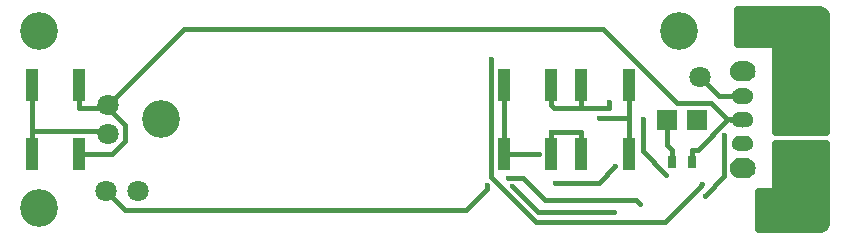
<source format=gbr>
G04 #@! TF.GenerationSoftware,KiCad,Pcbnew,5.1.0-unknown-9e240db~82~ubuntu18.04.1*
G04 #@! TF.CreationDate,2019-04-09T01:03:21+02:00*
G04 #@! TF.ProjectId,VoltMax PWM,566f6c74-4d61-4782-9050-574d2e6b6963,rev?*
G04 #@! TF.SameCoordinates,Original*
G04 #@! TF.FileFunction,Copper,L1,Top*
G04 #@! TF.FilePolarity,Positive*
%FSLAX46Y46*%
G04 Gerber Fmt 4.6, Leading zero omitted, Abs format (unit mm)*
G04 Created by KiCad (PCBNEW 5.1.0-unknown-9e240db~82~ubuntu18.04.1) date 2019-04-09 01:03:21*
%MOMM*%
%LPD*%
G04 APERTURE LIST*
%ADD10C,0.100000*%
%ADD11C,1.700000*%
%ADD12C,1.300000*%
%ADD13C,5.000000*%
%ADD14C,3.200000*%
%ADD15R,1.800000X1.800000*%
%ADD16C,1.800000*%
%ADD17R,0.670000X1.000000*%
%ADD18R,1.000000X2.800000*%
%ADD19C,0.400000*%
%ADD20C,0.400000*%
%ADD21C,0.500000*%
G04 APERTURE END LIST*
D10*
G36*
X176980000Y-105089000D02*
G01*
X177113000Y-105079000D01*
X177242000Y-105047000D01*
X177365000Y-104996000D01*
X177479000Y-104927000D01*
X177580000Y-104840000D01*
X177667000Y-104739000D01*
X177736000Y-104625000D01*
X177787000Y-104502000D01*
X177819000Y-104373000D01*
X177829000Y-104240000D01*
X177819000Y-104107000D01*
X177787000Y-103978000D01*
X177736000Y-103855000D01*
X177667000Y-103741000D01*
X177580000Y-103640000D01*
X177479000Y-103553000D01*
X177365000Y-103484000D01*
X177242000Y-103433000D01*
X177113000Y-103401000D01*
X176980000Y-103391000D01*
X176480000Y-103391000D01*
X176347000Y-103401000D01*
X176218000Y-103433000D01*
X176095000Y-103484000D01*
X175981000Y-103553000D01*
X175880000Y-103640000D01*
X175793000Y-103741000D01*
X175724000Y-103855000D01*
X175673000Y-103978000D01*
X175641000Y-104107000D01*
X175631000Y-104240000D01*
X175641000Y-104373000D01*
X175673000Y-104502000D01*
X175724000Y-104625000D01*
X175793000Y-104739000D01*
X175880000Y-104840000D01*
X175981000Y-104927000D01*
X176095000Y-104996000D01*
X176218000Y-105047000D01*
X176347000Y-105079000D01*
X176480000Y-105089000D01*
X176980000Y-105089000D01*
G37*
G36*
X176980000Y-96889000D02*
G01*
X177113000Y-96879000D01*
X177242000Y-96847000D01*
X177365000Y-96796000D01*
X177479000Y-96727000D01*
X177580000Y-96640000D01*
X177667000Y-96539000D01*
X177736000Y-96425000D01*
X177787000Y-96302000D01*
X177819000Y-96173000D01*
X177829000Y-96040000D01*
X177819000Y-95907000D01*
X177787000Y-95778000D01*
X177736000Y-95655000D01*
X177667000Y-95541000D01*
X177580000Y-95440000D01*
X177479000Y-95353000D01*
X177365000Y-95284000D01*
X177242000Y-95233000D01*
X177113000Y-95201000D01*
X176980000Y-95191000D01*
X176480000Y-95191000D01*
X176347000Y-95201000D01*
X176218000Y-95233000D01*
X176095000Y-95284000D01*
X175981000Y-95353000D01*
X175880000Y-95440000D01*
X175793000Y-95541000D01*
X175724000Y-95655000D01*
X175673000Y-95778000D01*
X175641000Y-95907000D01*
X175631000Y-96040000D01*
X175641000Y-96173000D01*
X175673000Y-96302000D01*
X175724000Y-96425000D01*
X175793000Y-96539000D01*
X175880000Y-96640000D01*
X175981000Y-96727000D01*
X176095000Y-96796000D01*
X176218000Y-96847000D01*
X176347000Y-96879000D01*
X176480000Y-96889000D01*
X176980000Y-96889000D01*
G37*
G36*
X176980000Y-102789000D02*
G01*
X177082000Y-102781000D01*
X177181000Y-102757000D01*
X177275000Y-102718000D01*
X177361000Y-102665000D01*
X177439000Y-102599000D01*
X177505000Y-102521000D01*
X177558000Y-102435000D01*
X177597000Y-102341000D01*
X177621000Y-102242000D01*
X177629000Y-102140000D01*
X177621000Y-102038000D01*
X177597000Y-101939000D01*
X177558000Y-101845000D01*
X177505000Y-101759000D01*
X177439000Y-101681000D01*
X177361000Y-101615000D01*
X177275000Y-101562000D01*
X177181000Y-101523000D01*
X177082000Y-101499000D01*
X176980000Y-101491000D01*
X176480000Y-101491000D01*
X176378000Y-101499000D01*
X176279000Y-101523000D01*
X176185000Y-101562000D01*
X176099000Y-101615000D01*
X176021000Y-101681000D01*
X175955000Y-101759000D01*
X175902000Y-101845000D01*
X175863000Y-101939000D01*
X175839000Y-102038000D01*
X175831000Y-102140000D01*
X175839000Y-102242000D01*
X175863000Y-102341000D01*
X175902000Y-102435000D01*
X175955000Y-102521000D01*
X176021000Y-102599000D01*
X176099000Y-102665000D01*
X176185000Y-102718000D01*
X176279000Y-102757000D01*
X176378000Y-102781000D01*
X176480000Y-102789000D01*
X176980000Y-102789000D01*
G37*
G36*
X176980000Y-100789000D02*
G01*
X177082000Y-100781000D01*
X177181000Y-100757000D01*
X177275000Y-100718000D01*
X177361000Y-100665000D01*
X177439000Y-100599000D01*
X177505000Y-100521000D01*
X177558000Y-100435000D01*
X177597000Y-100341000D01*
X177621000Y-100242000D01*
X177629000Y-100140000D01*
X177621000Y-100038000D01*
X177597000Y-99939000D01*
X177558000Y-99845000D01*
X177505000Y-99759000D01*
X177439000Y-99681000D01*
X177361000Y-99615000D01*
X177275000Y-99562000D01*
X177181000Y-99523000D01*
X177082000Y-99499000D01*
X176980000Y-99491000D01*
X176480000Y-99491000D01*
X176378000Y-99499000D01*
X176279000Y-99523000D01*
X176185000Y-99562000D01*
X176099000Y-99615000D01*
X176021000Y-99681000D01*
X175955000Y-99759000D01*
X175902000Y-99845000D01*
X175863000Y-99939000D01*
X175839000Y-100038000D01*
X175831000Y-100140000D01*
X175839000Y-100242000D01*
X175863000Y-100341000D01*
X175902000Y-100435000D01*
X175955000Y-100521000D01*
X176021000Y-100599000D01*
X176099000Y-100665000D01*
X176185000Y-100718000D01*
X176279000Y-100757000D01*
X176378000Y-100781000D01*
X176480000Y-100789000D01*
X176980000Y-100789000D01*
G37*
G36*
X176980000Y-98789000D02*
G01*
X177082000Y-98781000D01*
X177181000Y-98757000D01*
X177275000Y-98718000D01*
X177361000Y-98665000D01*
X177439000Y-98599000D01*
X177505000Y-98521000D01*
X177558000Y-98435000D01*
X177597000Y-98341000D01*
X177621000Y-98242000D01*
X177629000Y-98140000D01*
X177621000Y-98038000D01*
X177597000Y-97939000D01*
X177558000Y-97845000D01*
X177505000Y-97759000D01*
X177439000Y-97681000D01*
X177361000Y-97615000D01*
X177275000Y-97562000D01*
X177181000Y-97523000D01*
X177082000Y-97499000D01*
X176980000Y-97491000D01*
X176480000Y-97491000D01*
X176378000Y-97499000D01*
X176279000Y-97523000D01*
X176185000Y-97562000D01*
X176099000Y-97615000D01*
X176021000Y-97681000D01*
X175955000Y-97759000D01*
X175902000Y-97845000D01*
X175863000Y-97939000D01*
X175839000Y-98038000D01*
X175831000Y-98140000D01*
X175839000Y-98242000D01*
X175863000Y-98341000D01*
X175902000Y-98435000D01*
X175955000Y-98521000D01*
X176021000Y-98599000D01*
X176099000Y-98665000D01*
X176185000Y-98718000D01*
X176279000Y-98757000D01*
X176378000Y-98781000D01*
X176480000Y-98789000D01*
X176980000Y-98789000D01*
G37*
D11*
X176730000Y-104240000D03*
X176730000Y-96040000D03*
D12*
X176730000Y-102140000D03*
X176730000Y-100140000D03*
X176730000Y-98140000D03*
D13*
X181600000Y-93090000D03*
X181600000Y-107220000D03*
D14*
X117169000Y-107644000D03*
X117169000Y-92643600D03*
X171309000Y-92643600D03*
X127515000Y-100115000D03*
D15*
X170340000Y-100144000D03*
X172880000Y-100144000D03*
D16*
X173100000Y-96500000D03*
X123000000Y-101400000D03*
X122980000Y-98910000D03*
D17*
X172475000Y-103700000D03*
X170725000Y-103700000D03*
D16*
X122800000Y-106200000D03*
X125500000Y-106200000D03*
D18*
X120523000Y-97244000D03*
X120523000Y-103044000D03*
X116523000Y-97244000D03*
X116523000Y-103044000D03*
X160510000Y-97250000D03*
X160510000Y-103050000D03*
X156510000Y-97250000D03*
X156510000Y-103050000D03*
X167070000Y-97250000D03*
X167070000Y-103050000D03*
X163070000Y-97250000D03*
X163070000Y-103050000D03*
D19*
X164535000Y-100025200D03*
X165963900Y-104039200D03*
X160885500Y-105467400D03*
X160510000Y-101149700D03*
X165418000Y-98612800D03*
X181000000Y-102200000D03*
X181700000Y-102200000D03*
X182400000Y-102200000D03*
X183100000Y-102200000D03*
X183800000Y-102200000D03*
X183100000Y-102900000D03*
X181700000Y-102900000D03*
X183800000Y-102900000D03*
X181000000Y-102900000D03*
X182400000Y-102900000D03*
X183800000Y-103600000D03*
X182400000Y-103600000D03*
X181700000Y-103600000D03*
X181000000Y-103600000D03*
X183100000Y-103600000D03*
X182400000Y-104300000D03*
X181000000Y-104300000D03*
X181700000Y-104300000D03*
X183100000Y-104300000D03*
X183800000Y-104300000D03*
X180300000Y-104300000D03*
X179600000Y-104300000D03*
X179600000Y-105000000D03*
X183800000Y-105000000D03*
X178800000Y-106400000D03*
X178100000Y-106400000D03*
X178800000Y-107100000D03*
X178100000Y-107100000D03*
X178800000Y-107800000D03*
X178100000Y-107800000D03*
X178100000Y-108500000D03*
X178800000Y-108500000D03*
X178800000Y-109200000D03*
X178100000Y-109200000D03*
X179500000Y-109200000D03*
X161950304Y-99150300D03*
X155100000Y-105699992D03*
X159509700Y-103050000D03*
X176400000Y-90900000D03*
X177100000Y-90900000D03*
X177750000Y-90900000D03*
X176400000Y-91600000D03*
X178400000Y-90900000D03*
X179100000Y-90900000D03*
X177100000Y-91600000D03*
X177750000Y-91600000D03*
X178400000Y-91600000D03*
X176400000Y-92300000D03*
X177750000Y-92300000D03*
X178400000Y-92300000D03*
X177100000Y-92300000D03*
X177750000Y-93000000D03*
X176400000Y-93000000D03*
X178400000Y-93000000D03*
X177100000Y-93000000D03*
X177750000Y-93700000D03*
X177100000Y-93700000D03*
X176400000Y-93700000D03*
X178400000Y-93700000D03*
X181000000Y-98200000D03*
X180300000Y-98200000D03*
X179600000Y-98200000D03*
X179600000Y-96800000D03*
X180300000Y-96100000D03*
X179600000Y-96100000D03*
X181700000Y-98200000D03*
X181000000Y-97500000D03*
X179600000Y-98900000D03*
X179600000Y-97500000D03*
X181000000Y-96100000D03*
X181000000Y-96800000D03*
X180300000Y-98900000D03*
X181700000Y-96100000D03*
X181700000Y-97500000D03*
X181000000Y-98900000D03*
X180300000Y-97500000D03*
X181700000Y-96800000D03*
X181700000Y-98900000D03*
X180300000Y-96800000D03*
X181700000Y-101000000D03*
X183100000Y-98900000D03*
X183100000Y-99600000D03*
X179600000Y-100300000D03*
X180300000Y-99600000D03*
X182400000Y-99600000D03*
X180300000Y-100300000D03*
X182400000Y-101000000D03*
X179600000Y-101000000D03*
X179600000Y-99600000D03*
X181000000Y-99600000D03*
X181700000Y-100300000D03*
X183100000Y-98200000D03*
X183100000Y-101000000D03*
X181700000Y-99600000D03*
X181000000Y-100300000D03*
X182400000Y-100300000D03*
X181000000Y-101000000D03*
X183100000Y-100300000D03*
X180300000Y-101000000D03*
X183800000Y-101000000D03*
X183800000Y-98900000D03*
X183800000Y-99600000D03*
X183800000Y-100300000D03*
X183800000Y-98200000D03*
X182400000Y-98900000D03*
X182400000Y-98200000D03*
X182400000Y-97500000D03*
X183800000Y-97500000D03*
X183100000Y-97500000D03*
X183800000Y-96800000D03*
X182400000Y-96800000D03*
X183100000Y-96800000D03*
X182400000Y-96100000D03*
X183100000Y-96100000D03*
X183800000Y-96100000D03*
X183800000Y-95400000D03*
X179600000Y-95400000D03*
X173510400Y-106574100D03*
X175172582Y-101436782D03*
X157213300Y-105792600D03*
X165830000Y-107960000D03*
X173323400Y-105628400D03*
X155433718Y-94996318D03*
X163247992Y-108792000D03*
X168046000Y-107252000D03*
X156859300Y-105092200D03*
X170270700Y-104839600D03*
X168263500Y-100111000D03*
D20*
X167070000Y-100025200D02*
X167070000Y-99150300D01*
X167070000Y-102099800D02*
X167070000Y-100025200D01*
X167070000Y-100025200D02*
X164535000Y-100025200D01*
X167070000Y-97250000D02*
X167070000Y-99150300D01*
X167070000Y-103050000D02*
X167070000Y-102099800D01*
X160885500Y-105467400D02*
X164535700Y-105467400D01*
X164535700Y-105467400D02*
X165963900Y-104039200D01*
X160510000Y-103050000D02*
X160510000Y-101149700D01*
X163070000Y-103050000D02*
X163070000Y-101149700D01*
X160510000Y-101149700D02*
X163070000Y-101149700D01*
X163070000Y-97250000D02*
X163070000Y-98612800D01*
X163070000Y-98612800D02*
X163070000Y-99150300D01*
X163070000Y-98780000D02*
X163070000Y-98612800D01*
X163070000Y-99150300D02*
X161950304Y-99150300D01*
X165418000Y-99150300D02*
X165418000Y-98612800D01*
X163070000Y-99150300D02*
X165418000Y-99150300D01*
X155100000Y-105982834D02*
X155100000Y-105699992D01*
X122800000Y-106200000D02*
X124396610Y-107796610D01*
X153286224Y-107796610D02*
X155100000Y-105982834D01*
X124396610Y-107796610D02*
X153286224Y-107796610D01*
X160750300Y-99150300D02*
X161950304Y-99150300D01*
X160510000Y-97250000D02*
X160510000Y-98910000D01*
X160510000Y-98910000D02*
X160750300Y-99150300D01*
X156510000Y-103050000D02*
X156510000Y-99150300D01*
X156510000Y-97250000D02*
X156510000Y-99150300D01*
X156510000Y-103050000D02*
X159509700Y-103050000D01*
X175172582Y-101719624D02*
X175172582Y-101436782D01*
X175172582Y-104911918D02*
X175172582Y-101719624D01*
X173510400Y-106574100D02*
X175172582Y-104911918D01*
X176730000Y-98140000D02*
X174740000Y-98140000D01*
X174740000Y-98140000D02*
X173100000Y-96500000D01*
X176730000Y-100140000D02*
X175730200Y-100140000D01*
X175730200Y-100140000D02*
X175702700Y-100112500D01*
X175702700Y-100112500D02*
X175412200Y-100112500D01*
X122980000Y-98910000D02*
X129455400Y-92434600D01*
X129455400Y-92434600D02*
X164901800Y-92434600D01*
X164901800Y-92434600D02*
X171183700Y-98716500D01*
X171183700Y-98716500D02*
X174016100Y-98716500D01*
X174016100Y-98716500D02*
X175412200Y-100112500D01*
X122980000Y-99144300D02*
X122980000Y-98910000D01*
X120523000Y-103044000D02*
X123355900Y-103044000D01*
X123355900Y-103044000D02*
X124438600Y-101961300D01*
X124438600Y-101961300D02*
X124438600Y-100602900D01*
X124438600Y-100602900D02*
X122980000Y-99144300D01*
X122980000Y-99144300D02*
X120523000Y-99144300D01*
X120523000Y-97244000D02*
X120523000Y-99144300D01*
X172475000Y-102700000D02*
X172475000Y-103700000D01*
X172919400Y-102700000D02*
X172475000Y-102700000D01*
X175412200Y-100112500D02*
X175412200Y-100207200D01*
X175412200Y-100207200D02*
X172919400Y-102700000D01*
X170725000Y-103700000D02*
X170725000Y-102699700D01*
X170725000Y-102699700D02*
X170340000Y-102314700D01*
X170340000Y-102314700D02*
X170340000Y-100144000D01*
X116523000Y-97244000D02*
X116523000Y-101143700D01*
X116523000Y-103044000D02*
X116523000Y-101143700D01*
X116523000Y-101143700D02*
X122743700Y-101143700D01*
X122743700Y-101143700D02*
X123000000Y-101400000D01*
X165547158Y-107960000D02*
X165830000Y-107960000D01*
X159380700Y-107960000D02*
X165547158Y-107960000D01*
X157213300Y-105792600D02*
X159380700Y-107960000D01*
X173123401Y-105828399D02*
X173323400Y-105628400D01*
X170159800Y-108792000D02*
X173123401Y-105828399D01*
X159202200Y-108792000D02*
X170159800Y-108792000D01*
X155433718Y-94996318D02*
X155433718Y-105023518D01*
X155433718Y-105023518D02*
X159202200Y-108792000D01*
X168046000Y-107252000D02*
X167740300Y-106946300D01*
X167740300Y-106946300D02*
X160015400Y-106946300D01*
X160015400Y-106946300D02*
X158161300Y-105092200D01*
X158161300Y-105092200D02*
X156859300Y-105092200D01*
X168263500Y-100111000D02*
X168263500Y-102832400D01*
X168263500Y-102832400D02*
X170270700Y-104839600D01*
D21*
G36*
X183271097Y-90786278D02*
G01*
X183415306Y-90829798D01*
X183548321Y-90900502D01*
X183665061Y-90995689D01*
X183761095Y-91111745D01*
X183832758Y-91244245D01*
X183877319Y-91388135D01*
X183896101Y-91566618D01*
X183896100Y-101250000D01*
X179450000Y-101250000D01*
X179450000Y-94100000D01*
X179445196Y-94051227D01*
X179430970Y-94004329D01*
X179407867Y-93961107D01*
X179376777Y-93923223D01*
X179338893Y-93892133D01*
X179295671Y-93869030D01*
X179248773Y-93854804D01*
X179200000Y-93850000D01*
X176239151Y-93850000D01*
X176259423Y-90768600D01*
X183090577Y-90768600D01*
X183271097Y-90786278D01*
X183271097Y-90786278D01*
G37*
X183271097Y-90786278D02*
X183415306Y-90829798D01*
X183548321Y-90900502D01*
X183665061Y-90995689D01*
X183761095Y-91111745D01*
X183832758Y-91244245D01*
X183877319Y-91388135D01*
X183896101Y-91566618D01*
X183896100Y-101250000D01*
X179450000Y-101250000D01*
X179450000Y-94100000D01*
X179445196Y-94051227D01*
X179430970Y-94004329D01*
X179407867Y-93961107D01*
X179376777Y-93923223D01*
X179338893Y-93892133D01*
X179295671Y-93869030D01*
X179248773Y-93854804D01*
X179200000Y-93850000D01*
X176239151Y-93850000D01*
X176259423Y-90768600D01*
X183090577Y-90768600D01*
X183271097Y-90786278D01*
G36*
X183896100Y-106324303D02*
G01*
X183896101Y-106324313D01*
X183896100Y-108713066D01*
X183878421Y-108893595D01*
X183834901Y-109037805D01*
X183764199Y-109170817D01*
X183669009Y-109287561D01*
X183552954Y-109383594D01*
X183420452Y-109455259D01*
X183276565Y-109499819D01*
X183098091Y-109518600D01*
X178050000Y-109518600D01*
X178050000Y-106150000D01*
X179200000Y-106150000D01*
X179248773Y-106145196D01*
X179295671Y-106130970D01*
X179338893Y-106107867D01*
X179376777Y-106076777D01*
X179407867Y-106038893D01*
X179430970Y-105995671D01*
X179445196Y-105948773D01*
X179450000Y-105900000D01*
X179450000Y-102150000D01*
X183896100Y-102150000D01*
X183896100Y-106324303D01*
X183896100Y-106324303D01*
G37*
X183896100Y-106324303D02*
X183896101Y-106324313D01*
X183896100Y-108713066D01*
X183878421Y-108893595D01*
X183834901Y-109037805D01*
X183764199Y-109170817D01*
X183669009Y-109287561D01*
X183552954Y-109383594D01*
X183420452Y-109455259D01*
X183276565Y-109499819D01*
X183098091Y-109518600D01*
X178050000Y-109518600D01*
X178050000Y-106150000D01*
X179200000Y-106150000D01*
X179248773Y-106145196D01*
X179295671Y-106130970D01*
X179338893Y-106107867D01*
X179376777Y-106076777D01*
X179407867Y-106038893D01*
X179430970Y-105995671D01*
X179445196Y-105948773D01*
X179450000Y-105900000D01*
X179450000Y-102150000D01*
X183896100Y-102150000D01*
X183896100Y-106324303D01*
M02*

</source>
